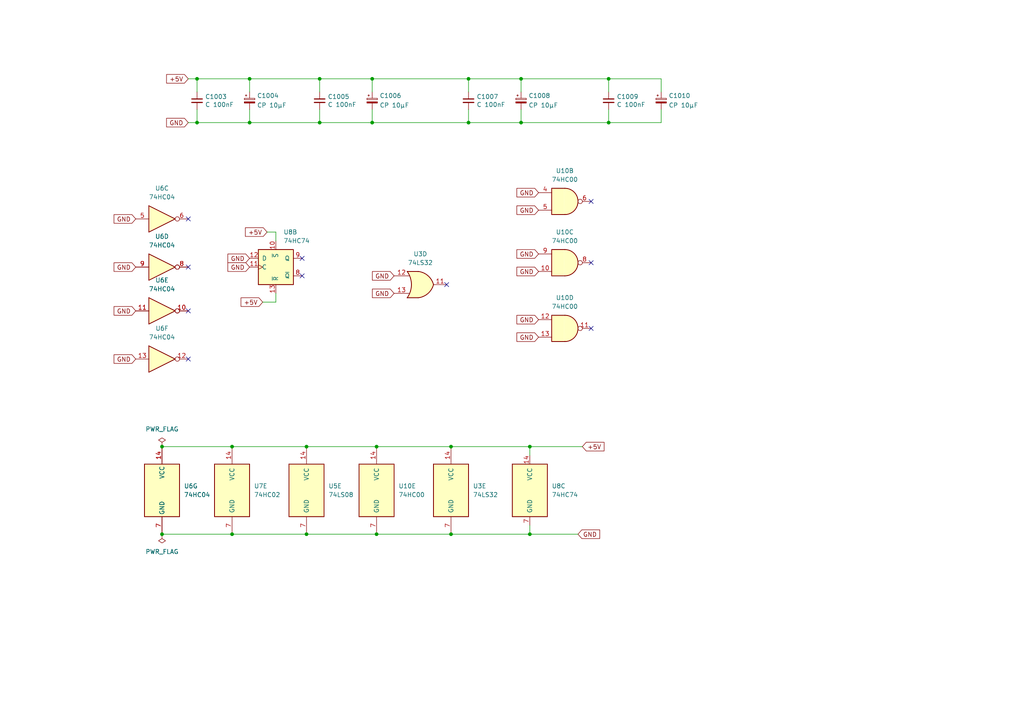
<source format=kicad_sch>
(kicad_sch (version 20231120) (generator "eeschema") (generator_version "8.0")
  (paper "A4")
  (title_block (title "Myth Microcontroller Project") (date "2024-09-21") (rev "1") (company "Picwok.com") (comment 1 "Project Contact: mim@ok-schalter.de (Michael)") (comment 2 "Author: Copyr. 2024 Michael Mangelsdorf/Dosflange@github") (comment 3 "Instruction Decoder Module") (comment 4 "Glue Logic/ Spare Units"))
  (lib_symbols
    (symbol "74xx:74HC00" (pin_names (offset 1.016))
      (property "Reference" "U" (at 0 1.27 0))
      (property "Value" "74HC00" (at 0 -1.27 0))
      (symbol "74HC00_1_1"
        (arc (start 0 -3.81) (mid 3.7934 0) (end 0 3.81) (stroke (width 0.254)) (fill (type background)))
        (polyline (pts (xy 0 3.81) (xy -3.81 3.81) (xy -3.81 -3.81) (xy 0 -3.81)) (stroke (width 0.254)) (fill (type background)))
        (pin input line (at -7.62 2.54 0) (length 3.81) (name "~") (number "1"))
        (pin input line (at -7.62 -2.54 0) (length 3.81) (name "~") (number "2"))
        (pin output inverted (at 7.62 0 180) (length 3.81) (name "~") (number "3"))
      )
      (symbol "74HC00_1_2"
        (arc (start -3.81 -3.81) (mid -2.589 0) (end -3.81 3.81) (stroke (width 0.254)))
        (arc (start -0.6096 -3.81) (mid 2.1842 -2.5851) (end 3.81 0) (stroke (width 0.254)) (fill (type background)))
        (polyline (pts (xy -3.81 -3.81) (xy -0.635 -3.81)) (stroke (width 0.254)) (fill (type background)))
        (polyline (pts (xy -3.81 3.81) (xy -0.635 3.81)) (stroke (width 0.254)) (fill (type background)))
        (polyline (pts (xy -0.635 3.81) (xy -3.81 3.81) (xy -3.81 3.81) (xy -3.556 3.4036) (xy -3.0226 2.2606) (xy -2.6924 1.0414) (xy -2.6162 -0.254) (xy -2.7686 -1.4986) (xy -3.175 -2.7178) (xy -3.81 -3.81) (xy -3.81 -3.81) (xy -0.635 -3.81)) (stroke (width -25.4)) (fill (type background)))
        (arc (start 3.81 0) (mid 2.1915 2.5936) (end -0.6096 3.81) (stroke (width 0.254)) (fill (type background)))
        (pin input inverted (at -7.62 2.54 0) (length 4.318) (name "~") (number "1"))
        (pin input inverted (at -7.62 -2.54 0) (length 4.318) (name "~") (number "2"))
        (pin output line (at 7.62 0 180) (length 3.81) (name "~") (number "3"))
      )
      (symbol "74HC00_2_1"
        (arc (start 0 -3.81) (mid 3.7934 0) (end 0 3.81) (stroke (width 0.254)) (fill (type background)))
        (polyline (pts (xy 0 3.81) (xy -3.81 3.81) (xy -3.81 -3.81) (xy 0 -3.81)) (stroke (width 0.254)) (fill (type background)))
        (pin input line (at -7.62 2.54 0) (length 3.81) (name "~") (number "4"))
        (pin input line (at -7.62 -2.54 0) (length 3.81) (name "~") (number "5"))
        (pin output inverted (at 7.62 0 180) (length 3.81) (name "~") (number "6"))
      )
      (symbol "74HC00_2_2"
        (arc (start -3.81 -3.81) (mid -2.589 0) (end -3.81 3.81) (stroke (width 0.254)))
        (arc (start -0.6096 -3.81) (mid 2.1842 -2.5851) (end 3.81 0) (stroke (width 0.254)) (fill (type background)))
        (polyline (pts (xy -3.81 -3.81) (xy -0.635 -3.81)) (stroke (width 0.254)) (fill (type background)))
        (polyline (pts (xy -3.81 3.81) (xy -0.635 3.81)) (stroke (width 0.254)) (fill (type background)))
        (polyline (pts (xy -0.635 3.81) (xy -3.81 3.81) (xy -3.81 3.81) (xy -3.556 3.4036) (xy -3.0226 2.2606) (xy -2.6924 1.0414) (xy -2.6162 -0.254) (xy -2.7686 -1.4986) (xy -3.175 -2.7178) (xy -3.81 -3.81) (xy -3.81 -3.81) (xy -0.635 -3.81)) (stroke (width -25.4)) (fill (type background)))
        (arc (start 3.81 0) (mid 2.1915 2.5936) (end -0.6096 3.81) (stroke (width 0.254)) (fill (type background)))
        (pin input inverted (at -7.62 2.54 0) (length 4.318) (name "~") (number "4"))
        (pin input inverted (at -7.62 -2.54 0) (length 4.318) (name "~") (number "5"))
        (pin output line (at 7.62 0 180) (length 3.81) (name "~") (number "6"))
      )
      (symbol "74HC00_3_1"
        (arc (start 0 -3.81) (mid 3.7934 0) (end 0 3.81) (stroke (width 0.254)) (fill (type background)))
        (polyline (pts (xy 0 3.81) (xy -3.81 3.81) (xy -3.81 -3.81) (xy 0 -3.81)) (stroke (width 0.254)) (fill (type background)))
        (pin input line (at -7.62 -2.54 0) (length 3.81) (name "~") (number "10"))
        (pin output inverted (at 7.62 0 180) (length 3.81) (name "~") (number "8"))
        (pin input line (at -7.62 2.54 0) (length 3.81) (name "~") (number "9"))
      )
      (symbol "74HC00_3_2"
        (arc (start -3.81 -3.81) (mid -2.589 0) (end -3.81 3.81) (stroke (width 0.254)))
        (arc (start -0.6096 -3.81) (mid 2.1842 -2.5851) (end 3.81 0) (stroke (width 0.254)) (fill (type background)))
        (polyline (pts (xy -3.81 -3.81) (xy -0.635 -3.81)) (stroke (width 0.254)) (fill (type background)))
        (polyline (pts (xy -3.81 3.81) (xy -0.635 3.81)) (stroke (width 0.254)) (fill (type background)))
        (polyline (pts (xy -0.635 3.81) (xy -3.81 3.81) (xy -3.81 3.81) (xy -3.556 3.4036) (xy -3.0226 2.2606) (xy -2.6924 1.0414) (xy -2.6162 -0.254) (xy -2.7686 -1.4986) (xy -3.175 -2.7178) (xy -3.81 -3.81) (xy -3.81 -3.81) (xy -0.635 -3.81)) (stroke (width -25.4)) (fill (type background)))
        (arc (start 3.81 0) (mid 2.1915 2.5936) (end -0.6096 3.81) (stroke (width 0.254)) (fill (type background)))
        (pin input inverted (at -7.62 -2.54 0) (length 4.318) (name "~") (number "10"))
        (pin output line (at 7.62 0 180) (length 3.81) (name "~") (number "8"))
        (pin input inverted (at -7.62 2.54 0) (length 4.318) (name "~") (number "9"))
      )
      (symbol "74HC00_4_1"
        (arc (start 0 -3.81) (mid 3.7934 0) (end 0 3.81) (stroke (width 0.254)) (fill (type background)))
        (polyline (pts (xy 0 3.81) (xy -3.81 3.81) (xy -3.81 -3.81) (xy 0 -3.81)) (stroke (width 0.254)) (fill (type background)))
        (pin output inverted (at 7.62 0 180) (length 3.81) (name "~") (number "11"))
        (pin input line (at -7.62 2.54 0) (length 3.81) (name "~") (number "12"))
        (pin input line (at -7.62 -2.54 0) (length 3.81) (name "~") (number "13"))
      )
      (symbol "74HC00_4_2"
        (arc (start -3.81 -3.81) (mid -2.589 0) (end -3.81 3.81) (stroke (width 0.254)))
        (arc (start -0.6096 -3.81) (mid 2.1842 -2.5851) (end 3.81 0) (stroke (width 0.254)) (fill (type background)))
        (polyline (pts (xy -3.81 -3.81) (xy -0.635 -3.81)) (stroke (width 0.254)) (fill (type background)))
        (polyline (pts (xy -3.81 3.81) (xy -0.635 3.81)) (stroke (width 0.254)) (fill (type background)))
        (polyline (pts (xy -0.635 3.81) (xy -3.81 3.81) (xy -3.81 3.81) (xy -3.556 3.4036) (xy -3.0226 2.2606) (xy -2.6924 1.0414) (xy -2.6162 -0.254) (xy -2.7686 -1.4986) (xy -3.175 -2.7178) (xy -3.81 -3.81) (xy -3.81 -3.81) (xy -0.635 -3.81)) (stroke (width -25.4)) (fill (type background)))
        (arc (start 3.81 0) (mid 2.1915 2.5936) (end -0.6096 3.81) (stroke (width 0.254)) (fill (type background)))
        (pin output line (at 7.62 0 180) (length 3.81) (name "~") (number "11"))
        (pin input inverted (at -7.62 2.54 0) (length 4.318) (name "~") (number "12"))
        (pin input inverted (at -7.62 -2.54 0) (length 4.318) (name "~") (number "13"))
      )
      (symbol "74HC00_5_0"
        (pin power_in line (at 0 12.7 270) (length 5.08) (name "VCC") (number "14"))
        (pin power_in line (at 0 -12.7 90) (length 5.08) (name "GND") (number "7"))
      )
      (symbol "74HC00_5_1"
        (rectangle (start -5.08 7.62) (end 5.08 -7.62) (stroke (width 0.254)) (fill (type background)))
      )
    )
    (symbol "74xx:74HC02" (pin_names (offset 1.016))
      (property "Reference" "U" (at 0 1.27 0))
      (property "Value" "74HC02" (at 0 -1.27 0))
      (symbol "74HC02_1_1"
        (arc (start -3.81 -3.81) (mid -2.589 0) (end -3.81 3.81) (stroke (width 0.254)))
        (arc (start -0.6096 -3.81) (mid 2.1842 -2.5851) (end 3.81 0) (stroke (width 0.254)) (fill (type background)))
        (polyline (pts (xy -3.81 -3.81) (xy -0.635 -3.81)) (stroke (width 0.254)) (fill (type background)))
        (polyline (pts (xy -3.81 3.81) (xy -0.635 3.81)) (stroke (width 0.254)) (fill (type background)))
        (polyline (pts (xy -0.635 3.81) (xy -3.81 3.81) (xy -3.81 3.81) (xy -3.556 3.4036) (xy -3.0226 2.2606) (xy -2.6924 1.0414) (xy -2.6162 -0.254) (xy -2.7686 -1.4986) (xy -3.175 -2.7178) (xy -3.81 -3.81) (xy -3.81 -3.81) (xy -0.635 -3.81)) (stroke (width -25.4)) (fill (type background)))
        (arc (start 3.81 0) (mid 2.1915 2.5936) (end -0.6096 3.81) (stroke (width 0.254)) (fill (type background)))
        (pin output inverted (at 7.62 0 180) (length 3.81) (name "~") (number "1"))
        (pin input line (at -7.62 2.54 0) (length 4.318) (name "~") (number "2"))
        (pin input line (at -7.62 -2.54 0) (length 4.318) (name "~") (number "3"))
      )
      (symbol "74HC02_1_2"
        (arc (start 0 -3.81) (mid 3.7934 0) (end 0 3.81) (stroke (width 0.254)) (fill (type background)))
        (polyline (pts (xy 0 3.81) (xy -3.81 3.81) (xy -3.81 -3.81) (xy 0 -3.81)) (stroke (width 0.254)) (fill (type background)))
        (pin output line (at 7.62 0 180) (length 3.81) (name "~") (number "1"))
        (pin input inverted (at -7.62 2.54 0) (length 3.81) (name "~") (number "2"))
        (pin input inverted (at -7.62 -2.54 0) (length 3.81) (name "~") (number "3"))
      )
      (symbol "74HC02_2_1"
        (arc (start -3.81 -3.81) (mid -2.589 0) (end -3.81 3.81) (stroke (width 0.254)))
        (arc (start -0.6096 -3.81) (mid 2.1842 -2.5851) (end 3.81 0) (stroke (width 0.254)) (fill (type background)))
        (polyline (pts (xy -3.81 -3.81) (xy -0.635 -3.81)) (stroke (width 0.254)) (fill (type background)))
        (polyline (pts (xy -3.81 3.81) (xy -0.635 3.81)) (stroke (width 0.254)) (fill (type background)))
        (polyline (pts (xy -0.635 3.81) (xy -3.81 3.81) (xy -3.81 3.81) (xy -3.556 3.4036) (xy -3.0226 2.2606) (xy -2.6924 1.0414) (xy -2.6162 -0.254) (xy -2.7686 -1.4986) (xy -3.175 -2.7178) (xy -3.81 -3.81) (xy -3.81 -3.81) (xy -0.635 -3.81)) (stroke (width -25.4)) (fill (type background)))
        (arc (start 3.81 0) (mid 2.1915 2.5936) (end -0.6096 3.81) (stroke (width 0.254)) (fill (type background)))
        (pin output inverted (at 7.62 0 180) (length 3.81) (name "~") (number "4"))
        (pin input line (at -7.62 2.54 0) (length 4.318) (name "~") (number "5"))
        (pin input line (at -7.62 -2.54 0) (length 4.318) (name "~") (number "6"))
      )
      (symbol "74HC02_2_2"
        (arc (start 0 -3.81) (mid 3.7934 0) (end 0 3.81) (stroke (width 0.254)) (fill (type background)))
        (polyline (pts (xy 0 3.81) (xy -3.81 3.81) (xy -3.81 -3.81) (xy 0 -3.81)) (stroke (width 0.254)) (fill (type background)))
        (pin output line (at 7.62 0 180) (length 3.81) (name "~") (number "4"))
        (pin input inverted (at -7.62 2.54 0) (length 3.81) (name "~") (number "5"))
        (pin input inverted (at -7.62 -2.54 0) (length 3.81) (name "~") (number "6"))
      )
      (symbol "74HC02_3_1"
        (arc (start -3.81 -3.81) (mid -2.589 0) (end -3.81 3.81) (stroke (width 0.254)))
        (arc (start -0.6096 -3.81) (mid 2.1842 -2.5851) (end 3.81 0) (stroke (width 0.254)) (fill (type background)))
        (polyline (pts (xy -3.81 -3.81) (xy -0.635 -3.81)) (stroke (width 0.254)) (fill (type background)))
        (polyline (pts (xy -3.81 3.81) (xy -0.635 3.81)) (stroke (width 0.254)) (fill (type background)))
        (polyline (pts (xy -0.635 3.81) (xy -3.81 3.81) (xy -3.81 3.81) (xy -3.556 3.4036) (xy -3.0226 2.2606) (xy -2.6924 1.0414) (xy -2.6162 -0.254) (xy -2.7686 -1.4986) (xy -3.175 -2.7178) (xy -3.81 -3.81) (xy -3.81 -3.81) (xy -0.635 -3.81)) (stroke (width -25.4)) (fill (type background)))
        (arc (start 3.81 0) (mid 2.1915 2.5936) (end -0.6096 3.81) (stroke (width 0.254)) (fill (type background)))
        (pin output inverted (at 7.62 0 180) (length 3.81) (name "~") (number "10"))
        (pin input line (at -7.62 2.54 0) (length 4.318) (name "~") (number "8"))
        (pin input line (at -7.62 -2.54 0) (length 4.318) (name "~") (number "9"))
      )
      (symbol "74HC02_3_2"
        (arc (start 0 -3.81) (mid 3.7934 0) (end 0 3.81) (stroke (width 0.254)) (fill (type background)))
        (polyline (pts (xy 0 3.81) (xy -3.81 3.81) (xy -3.81 -3.81) (xy 0 -3.81)) (stroke (width 0.254)) (fill (type background)))
        (pin output line (at 7.62 0 180) (length 3.81) (name "~") (number "10"))
        (pin input inverted (at -7.62 2.54 0) (length 3.81) (name "~") (number "8"))
        (pin input inverted (at -7.62 -2.54 0) (length 3.81) (name "~") (number "9"))
      )
      (symbol "74HC02_4_1"
        (arc (start -3.81 -3.81) (mid -2.589 0) (end -3.81 3.81) (stroke (width 0.254)))
        (arc (start -0.6096 -3.81) (mid 2.1842 -2.5851) (end 3.81 0) (stroke (width 0.254)) (fill (type background)))
        (polyline (pts (xy -3.81 -3.81) (xy -0.635 -3.81)) (stroke (width 0.254)) (fill (type background)))
        (polyline (pts (xy -3.81 3.81) (xy -0.635 3.81)) (stroke (width 0.254)) (fill (type background)))
        (polyline (pts (xy -0.635 3.81) (xy -3.81 3.81) (xy -3.81 3.81) (xy -3.556 3.4036) (xy -3.0226 2.2606) (xy -2.6924 1.0414) (xy -2.6162 -0.254) (xy -2.7686 -1.4986) (xy -3.175 -2.7178) (xy -3.81 -3.81) (xy -3.81 -3.81) (xy -0.635 -3.81)) (stroke (width -25.4)) (fill (type background)))
        (arc (start 3.81 0) (mid 2.1915 2.5936) (end -0.6096 3.81) (stroke (width 0.254)) (fill (type background)))
        (pin input line (at -7.62 2.54 0) (length 4.318) (name "~") (number "11"))
        (pin input line (at -7.62 -2.54 0) (length 4.318) (name "~") (number "12"))
        (pin output inverted (at 7.62 0 180) (length 3.81) (name "~") (number "13"))
      )
      (symbol "74HC02_4_2"
        (arc (start 0 -3.81) (mid 3.7934 0) (end 0 3.81) (stroke (width 0.254)) (fill (type background)))
        (polyline (pts (xy 0 3.81) (xy -3.81 3.81) (xy -3.81 -3.81) (xy 0 -3.81)) (stroke (width 0.254)) (fill (type background)))
        (pin input inverted (at -7.62 2.54 0) (length 3.81) (name "~") (number "11"))
        (pin input inverted (at -7.62 -2.54 0) (length 3.81) (name "~") (number "12"))
        (pin output line (at 7.62 0 180) (length 3.81) (name "~") (number "13"))
      )
      (symbol "74HC02_5_0"
        (pin power_in line (at 0 12.7 270) (length 5.08) (name "VCC") (number "14"))
        (pin power_in line (at 0 -12.7 90) (length 5.08) (name "GND") (number "7"))
      )
      (symbol "74HC02_5_1"
        (rectangle (start -5.08 7.62) (end 5.08 -7.62) (stroke (width 0.254)) (fill (type background)))
      )
    )
    (symbol "74xx:74HC04"
      (property "Reference" "U" (at 0 1.27 0))
      (property "Value" "74HC04" (at 0 -1.27 0))
      (symbol "74HC04_1_0"
        (polyline (pts (xy -3.81 3.81) (xy -3.81 -3.81) (xy 3.81 0) (xy -3.81 3.81)) (stroke (width 0.254)) (fill (type background)))
        (pin input line (at -7.62 0 0) (length 3.81) (name "~") (number "1"))
        (pin output inverted (at 7.62 0 180) (length 3.81) (name "~") (number "2"))
      )
      (symbol "74HC04_2_0"
        (polyline (pts (xy -3.81 3.81) (xy -3.81 -3.81) (xy 3.81 0) (xy -3.81 3.81)) (stroke (width 0.254)) (fill (type background)))
        (pin input line (at -7.62 0 0) (length 3.81) (name "~") (number "3"))
        (pin output inverted (at 7.62 0 180) (length 3.81) (name "~") (number "4"))
      )
      (symbol "74HC04_3_0"
        (polyline (pts (xy -3.81 3.81) (xy -3.81 -3.81) (xy 3.81 0) (xy -3.81 3.81)) (stroke (width 0.254)) (fill (type background)))
        (pin input line (at -7.62 0 0) (length 3.81) (name "~") (number "5"))
        (pin output inverted (at 7.62 0 180) (length 3.81) (name "~") (number "6"))
      )
      (symbol "74HC04_4_0"
        (polyline (pts (xy -3.81 3.81) (xy -3.81 -3.81) (xy 3.81 0) (xy -3.81 3.81)) (stroke (width 0.254)) (fill (type background)))
        (pin output inverted (at 7.62 0 180) (length 3.81) (name "~") (number "8"))
        (pin input line (at -7.62 0 0) (length 3.81) (name "~") (number "9"))
      )
      (symbol "74HC04_5_0"
        (polyline (pts (xy -3.81 3.81) (xy -3.81 -3.81) (xy 3.81 0) (xy -3.81 3.81)) (stroke (width 0.254)) (fill (type background)))
        (pin output inverted (at 7.62 0 180) (length 3.81) (name "~") (number "10"))
        (pin input line (at -7.62 0 0) (length 3.81) (name "~") (number "11"))
      )
      (symbol "74HC04_6_0"
        (polyline (pts (xy -3.81 3.81) (xy -3.81 -3.81) (xy 3.81 0) (xy -3.81 3.81)) (stroke (width 0.254)) (fill (type background)))
        (pin output inverted (at 7.62 0 180) (length 3.81) (name "~") (number "12"))
        (pin input line (at -7.62 0 0) (length 3.81) (name "~") (number "13"))
      )
      (symbol "74HC04_7_0"
        (pin power_in line (at 0 12.7 270) (length 5.08) (name "VCC") (number "14"))
        (pin power_in line (at 0 -12.7 90) (length 5.08) (name "GND") (number "7"))
      )
      (symbol "74HC04_7_1"
        (rectangle (start -5.08 7.62) (end 5.08 -7.62) (stroke (width 0.254)) (fill (type background)))
      )
    )
    (symbol "74xx:74HC74" (pin_names (offset 1.016))
      (property "Reference" "U" (at -7.62 8.89 0))
      (property "Value" "74HC74" (at -7.62 -8.89 0))
      (symbol "74HC74_1_0"
        (pin input line (at 0 -7.62 90) (length 2.54) (name "~{R}") (number "1"))
        (pin input line (at -7.62 2.54 0) (length 2.54) (name "D") (number "2"))
        (pin input clock (at -7.62 0 0) (length 2.54) (name "C") (number "3"))
        (pin input line (at 0 7.62 270) (length 2.54) (name "~{S}") (number "4"))
        (pin output line (at 7.62 2.54 180) (length 2.54) (name "Q") (number "5"))
        (pin output line (at 7.62 -2.54 180) (length 2.54) (name "~{Q}") (number "6"))
      )
      (symbol "74HC74_1_1"
        (rectangle (start -5.08 5.08) (end 5.08 -5.08) (stroke (width 0.254)) (fill (type background)))
      )
      (symbol "74HC74_2_0"
        (pin input line (at 0 7.62 270) (length 2.54) (name "~{S}") (number "10"))
        (pin input clock (at -7.62 0 0) (length 2.54) (name "C") (number "11"))
        (pin input line (at -7.62 2.54 0) (length 2.54) (name "D") (number "12"))
        (pin input line (at 0 -7.62 90) (length 2.54) (name "~{R}") (number "13"))
        (pin output line (at 7.62 -2.54 180) (length 2.54) (name "~{Q}") (number "8"))
        (pin output line (at 7.62 2.54 180) (length 2.54) (name "Q") (number "9"))
      )
      (symbol "74HC74_2_1"
        (rectangle (start -5.08 5.08) (end 5.08 -5.08) (stroke (width 0.254)) (fill (type background)))
      )
      (symbol "74HC74_3_0"
        (pin power_in line (at 0 10.16 270) (length 2.54) (name "VCC") (number "14"))
        (pin power_in line (at 0 -10.16 90) (length 2.54) (name "GND") (number "7"))
      )
      (symbol "74HC74_3_1"
        (rectangle (start -5.08 7.62) (end 5.08 -7.62) (stroke (width 0.254)) (fill (type background)))
      )
    )
    (symbol "74xx:74LS08" (pin_names (offset 1.016))
      (property "Reference" "U" (at 0 1.27 0))
      (property "Value" "74LS08" (at 0 -1.27 0))
      (symbol "74LS08_1_1"
        (arc (start 0 -3.81) (mid 3.7934 0) (end 0 3.81) (stroke (width 0.254)) (fill (type background)))
        (polyline (pts (xy 0 3.81) (xy -3.81 3.81) (xy -3.81 -3.81) (xy 0 -3.81)) (stroke (width 0.254)) (fill (type background)))
        (pin input line (at -7.62 2.54 0) (length 3.81) (name "~") (number "1"))
        (pin input line (at -7.62 -2.54 0) (length 3.81) (name "~") (number "2"))
        (pin output line (at 7.62 0 180) (length 3.81) (name "~") (number "3"))
      )
      (symbol "74LS08_1_2"
        (arc (start -3.81 -3.81) (mid -2.589 0) (end -3.81 3.81) (stroke (width 0.254)))
        (arc (start -0.6096 -3.81) (mid 2.1855 -2.584) (end 3.81 0) (stroke (width 0.254)) (fill (type background)))
        (polyline (pts (xy -3.81 -3.81) (xy -0.635 -3.81)) (stroke (width 0.254)) (fill (type background)))
        (polyline (pts (xy -3.81 3.81) (xy -0.635 3.81)) (stroke (width 0.254)) (fill (type background)))
        (polyline (pts (xy -0.635 3.81) (xy -3.81 3.81) (xy -3.81 3.81) (xy -3.556 3.4036) (xy -3.0226 2.2606) (xy -2.6924 1.0414) (xy -2.6162 -0.254) (xy -2.7686 -1.4986) (xy -3.175 -2.7178) (xy -3.81 -3.81) (xy -3.81 -3.81) (xy -0.635 -3.81)) (stroke (width -25.4)) (fill (type background)))
        (arc (start 3.81 0) (mid 2.1928 2.5925) (end -0.6096 3.81) (stroke (width 0.254)) (fill (type background)))
        (pin input inverted (at -7.62 2.54 0) (length 4.318) (name "~") (number "1"))
        (pin input inverted (at -7.62 -2.54 0) (length 4.318) (name "~") (number "2"))
        (pin output inverted (at 7.62 0 180) (length 3.81) (name "~") (number "3"))
      )
      (symbol "74LS08_2_1"
        (arc (start 0 -3.81) (mid 3.7934 0) (end 0 3.81) (stroke (width 0.254)) (fill (type background)))
        (polyline (pts (xy 0 3.81) (xy -3.81 3.81) (xy -3.81 -3.81) (xy 0 -3.81)) (stroke (width 0.254)) (fill (type background)))
        (pin input line (at -7.62 2.54 0) (length 3.81) (name "~") (number "4"))
        (pin input line (at -7.62 -2.54 0) (length 3.81) (name "~") (number "5"))
        (pin output line (at 7.62 0 180) (length 3.81) (name "~") (number "6"))
      )
      (symbol "74LS08_2_2"
        (arc (start -3.81 -3.81) (mid -2.589 0) (end -3.81 3.81) (stroke (width 0.254)))
        (arc (start -0.6096 -3.81) (mid 2.1855 -2.584) (end 3.81 0) (stroke (width 0.254)) (fill (type background)))
        (polyline (pts (xy -3.81 -3.81) (xy -0.635 -3.81)) (stroke (width 0.254)) (fill (type background)))
        (polyline (pts (xy -3.81 3.81) (xy -0.635 3.81)) (stroke (width 0.254)) (fill (type background)))
        (polyline (pts (xy -0.635 3.81) (xy -3.81 3.81) (xy -3.81 3.81) (xy -3.556 3.4036) (xy -3.0226 2.2606) (xy -2.6924 1.0414) (xy -2.6162 -0.254) (xy -2.7686 -1.4986) (xy -3.175 -2.7178) (xy -3.81 -3.81) (xy -3.81 -3.81) (xy -0.635 -3.81)) (stroke (width -25.4)) (fill (type background)))
        (arc (start 3.81 0) (mid 2.1928 2.5925) (end -0.6096 3.81) (stroke (width 0.254)) (fill (type background)))
        (pin input inverted (at -7.62 2.54 0) (length 4.318) (name "~") (number "4"))
        (pin input inverted (at -7.62 -2.54 0) (length 4.318) (name "~") (number "5"))
        (pin output inverted (at 7.62 0 180) (length 3.81) (name "~") (number "6"))
      )
      (symbol "74LS08_3_1"
        (arc (start 0 -3.81) (mid 3.7934 0) (end 0 3.81) (stroke (width 0.254)) (fill (type background)))
        (polyline (pts (xy 0 3.81) (xy -3.81 3.81) (xy -3.81 -3.81) (xy 0 -3.81)) (stroke (width 0.254)) (fill (type background)))
        (pin input line (at -7.62 -2.54 0) (length 3.81) (name "~") (number "10"))
        (pin output line (at 7.62 0 180) (length 3.81) (name "~") (number "8"))
        (pin input line (at -7.62 2.54 0) (length 3.81) (name "~") (number "9"))
      )
      (symbol "74LS08_3_2"
        (arc (start -3.81 -3.81) (mid -2.589 0) (end -3.81 3.81) (stroke (width 0.254)))
        (arc (start -0.6096 -3.81) (mid 2.1855 -2.584) (end 3.81 0) (stroke (width 0.254)) (fill (type background)))
        (polyline (pts (xy -3.81 -3.81) (xy -0.635 -3.81)) (stroke (width 0.254)) (fill (type background)))
        (polyline (pts (xy -3.81 3.81) (xy -0.635 3.81)) (stroke (width 0.254)) (fill (type background)))
        (polyline (pts (xy -0.635 3.81) (xy -3.81 3.81) (xy -3.81 3.81) (xy -3.556 3.4036) (xy -3.0226 2.2606) (xy -2.6924 1.0414) (xy -2.6162 -0.254) (xy -2.7686 -1.4986) (xy -3.175 -2.7178) (xy -3.81 -3.81) (xy -3.81 -3.81) (xy -0.635 -3.81)) (stroke (width -25.4)) (fill (type background)))
        (arc (start 3.81 0) (mid 2.1928 2.5925) (end -0.6096 3.81) (stroke (width 0.254)) (fill (type background)))
        (pin input inverted (at -7.62 -2.54 0) (length 4.318) (name "~") (number "10"))
        (pin output inverted (at 7.62 0 180) (length 3.81) (name "~") (number "8"))
        (pin input inverted (at -7.62 2.54 0) (length 4.318) (name "~") (number "9"))
      )
      (symbol "74LS08_4_1"
        (arc (start 0 -3.81) (mid 3.7934 0) (end 0 3.81) (stroke (width 0.254)) (fill (type background)))
        (polyline (pts (xy 0 3.81) (xy -3.81 3.81) (xy -3.81 -3.81) (xy 0 -3.81)) (stroke (width 0.254)) (fill (type background)))
        (pin output line (at 7.62 0 180) (length 3.81) (name "~") (number "11"))
        (pin input line (at -7.62 2.54 0) (length 3.81) (name "~") (number "12"))
        (pin input line (at -7.62 -2.54 0) (length 3.81) (name "~") (number "13"))
      )
      (symbol "74LS08_4_2"
        (arc (start -3.81 -3.81) (mid -2.589 0) (end -3.81 3.81) (stroke (width 0.254)))
        (arc (start -0.6096 -3.81) (mid 2.1855 -2.584) (end 3.81 0) (stroke (width 0.254)) (fill (type background)))
        (polyline (pts (xy -3.81 -3.81) (xy -0.635 -3.81)) (stroke (width 0.254)) (fill (type background)))
        (polyline (pts (xy -3.81 3.81) (xy -0.635 3.81)) (stroke (width 0.254)) (fill (type background)))
        (polyline (pts (xy -0.635 3.81) (xy -3.81 3.81) (xy -3.81 3.81) (xy -3.556 3.4036) (xy -3.0226 2.2606) (xy -2.6924 1.0414) (xy -2.6162 -0.254) (xy -2.7686 -1.4986) (xy -3.175 -2.7178) (xy -3.81 -3.81) (xy -3.81 -3.81) (xy -0.635 -3.81)) (stroke (width -25.4)) (fill (type background)))
        (arc (start 3.81 0) (mid 2.1928 2.5925) (end -0.6096 3.81) (stroke (width 0.254)) (fill (type background)))
        (pin output inverted (at 7.62 0 180) (length 3.81) (name "~") (number "11"))
        (pin input inverted (at -7.62 2.54 0) (length 4.318) (name "~") (number "12"))
        (pin input inverted (at -7.62 -2.54 0) (length 4.318) (name "~") (number "13"))
      )
      (symbol "74LS08_5_0"
        (pin power_in line (at 0 12.7 270) (length 5.08) (name "VCC") (number "14"))
        (pin power_in line (at 0 -12.7 90) (length 5.08) (name "GND") (number "7"))
      )
      (symbol "74LS08_5_1"
        (rectangle (start -5.08 7.62) (end 5.08 -7.62) (stroke (width 0.254)) (fill (type background)))
      )
    )
    (symbol "74xx:74LS32" (pin_names (offset 1.016))
      (property "Reference" "U" (at 0 1.27 0))
      (property "Value" "74LS32" (at 0 -1.27 0))
      (symbol "74LS32_1_1"
        (arc (start -3.81 -3.81) (mid -2.589 0) (end -3.81 3.81) (stroke (width 0.254)))
        (arc (start -0.6096 -3.81) (mid 2.1855 -2.584) (end 3.81 0) (stroke (width 0.254)) (fill (type background)))
        (polyline (pts (xy -3.81 -3.81) (xy -0.635 -3.81)) (stroke (width 0.254)) (fill (type background)))
        (polyline (pts (xy -3.81 3.81) (xy -0.635 3.81)) (stroke (width 0.254)) (fill (type background)))
        (polyline (pts (xy -0.635 3.81) (xy -3.81 3.81) (xy -3.81 3.81) (xy -3.556 3.4036) (xy -3.0226 2.2606) (xy -2.6924 1.0414) (xy -2.6162 -0.254) (xy -2.7686 -1.4986) (xy -3.175 -2.7178) (xy -3.81 -3.81) (xy -3.81 -3.81) (xy -0.635 -3.81)) (stroke (width -25.4)) (fill (type background)))
        (arc (start 3.81 0) (mid 2.1928 2.5925) (end -0.6096 3.81) (stroke (width 0.254)) (fill (type background)))
        (pin input line (at -7.62 2.54 0) (length 4.318) (name "~") (number "1"))
        (pin input line (at -7.62 -2.54 0) (length 4.318) (name "~") (number "2"))
        (pin output line (at 7.62 0 180) (length 3.81) (name "~") (number "3"))
      )
      (symbol "74LS32_1_2"
        (arc (start 0 -3.81) (mid 3.7934 0) (end 0 3.81) (stroke (width 0.254)) (fill (type background)))
        (polyline (pts (xy 0 3.81) (xy -3.81 3.81) (xy -3.81 -3.81) (xy 0 -3.81)) (stroke (width 0.254)) (fill (type background)))
        (pin input inverted (at -7.62 2.54 0) (length 3.81) (name "~") (number "1"))
        (pin input inverted (at -7.62 -2.54 0) (length 3.81) (name "~") (number "2"))
        (pin output inverted (at 7.62 0 180) (length 3.81) (name "~") (number "3"))
      )
      (symbol "74LS32_2_1"
        (arc (start -3.81 -3.81) (mid -2.589 0) (end -3.81 3.81) (stroke (width 0.254)))
        (arc (start -0.6096 -3.81) (mid 2.1855 -2.584) (end 3.81 0) (stroke (width 0.254)) (fill (type background)))
        (polyline (pts (xy -3.81 -3.81) (xy -0.635 -3.81)) (stroke (width 0.254)) (fill (type background)))
        (polyline (pts (xy -3.81 3.81) (xy -0.635 3.81)) (stroke (width 0.254)) (fill (type background)))
        (polyline (pts (xy -0.635 3.81) (xy -3.81 3.81) (xy -3.81 3.81) (xy -3.556 3.4036) (xy -3.0226 2.2606) (xy -2.6924 1.0414) (xy -2.6162 -0.254) (xy -2.7686 -1.4986) (xy -3.175 -2.7178) (xy -3.81 -3.81) (xy -3.81 -3.81) (xy -0.635 -3.81)) (stroke (width -25.4)) (fill (type background)))
        (arc (start 3.81 0) (mid 2.1928 2.5925) (end -0.6096 3.81) (stroke (width 0.254)) (fill (type background)))
        (pin input line (at -7.62 2.54 0) (length 4.318) (name "~") (number "4"))
        (pin input line (at -7.62 -2.54 0) (length 4.318) (name "~") (number "5"))
        (pin output line (at 7.62 0 180) (length 3.81) (name "~") (number "6"))
      )
      (symbol "74LS32_2_2"
        (arc (start 0 -3.81) (mid 3.7934 0) (end 0 3.81) (stroke (width 0.254)) (fill (type background)))
        (polyline (pts (xy 0 3.81) (xy -3.81 3.81) (xy -3.81 -3.81) (xy 0 -3.81)) (stroke (width 0.254)) (fill (type background)))
        (pin input inverted (at -7.62 2.54 0) (length 3.81) (name "~") (number "4"))
        (pin input inverted (at -7.62 -2.54 0) (length 3.81) (name "~") (number "5"))
        (pin output inverted (at 7.62 0 180) (length 3.81) (name "~") (number "6"))
      )
      (symbol "74LS32_3_1"
        (arc (start -3.81 -3.81) (mid -2.589 0) (end -3.81 3.81) (stroke (width 0.254)))
        (arc (start -0.6096 -3.81) (mid 2.1855 -2.584) (end 3.81 0) (stroke (width 0.254)) (fill (type background)))
        (polyline (pts (xy -3.81 -3.81) (xy -0.635 -3.81)) (stroke (width 0.254)) (fill (type background)))
        (polyline (pts (xy -3.81 3.81) (xy -0.635 3.81)) (stroke (width 0.254)) (fill (type background)))
        (polyline (pts (xy -0.635 3.81) (xy -3.81 3.81) (xy -3.81 3.81) (xy -3.556 3.4036) (xy -3.0226 2.2606) (xy -2.6924 1.0414) (xy -2.6162 -0.254) (xy -2.7686 -1.4986) (xy -3.175 -2.7178) (xy -3.81 -3.81) (xy -3.81 -3.81) (xy -0.635 -3.81)) (stroke (width -25.4)) (fill (type background)))
        (arc (start 3.81 0) (mid 2.1928 2.5925) (end -0.6096 3.81) (stroke (width 0.254)) (fill (type background)))
        (pin input line (at -7.62 -2.54 0) (length 4.318) (name "~") (number "10"))
        (pin output line (at 7.62 0 180) (length 3.81) (name "~") (number "8"))
        (pin input line (at -7.62 2.54 0) (length 4.318) (name "~") (number "9"))
      )
      (symbol "74LS32_3_2"
        (arc (start 0 -3.81) (mid 3.7934 0) (end 0 3.81) (stroke (width 0.254)) (fill (type background)))
        (polyline (pts (xy 0 3.81) (xy -3.81 3.81) (xy -3.81 -3.81) (xy 0 -3.81)) (stroke (width 0.254)) (fill (type background)))
        (pin input inverted (at -7.62 -2.54 0) (length 3.81) (name "~") (number "10"))
        (pin output inverted (at 7.62 0 180) (length 3.81) (name "~") (number "8"))
        (pin input inverted (at -7.62 2.54 0) (length 3.81) (name "~") (number "9"))
      )
      (symbol "74LS32_4_1"
        (arc (start -3.81 -3.81) (mid -2.589 0) (end -3.81 3.81) (stroke (width 0.254)))
        (arc (start -0.6096 -3.81) (mid 2.1855 -2.584) (end 3.81 0) (stroke (width 0.254)) (fill (type background)))
        (polyline (pts (xy -3.81 -3.81) (xy -0.635 -3.81)) (stroke (width 0.254)) (fill (type background)))
        (polyline (pts (xy -3.81 3.81) (xy -0.635 3.81)) (stroke (width 0.254)) (fill (type background)))
        (polyline (pts (xy -0.635 3.81) (xy -3.81 3.81) (xy -3.81 3.81) (xy -3.556 3.4036) (xy -3.0226 2.2606) (xy -2.6924 1.0414) (xy -2.6162 -0.254) (xy -2.7686 -1.4986) (xy -3.175 -2.7178) (xy -3.81 -3.81) (xy -3.81 -3.81) (xy -0.635 -3.81)) (stroke (width -25.4)) (fill (type background)))
        (arc (start 3.81 0) (mid 2.1928 2.5925) (end -0.6096 3.81) (stroke (width 0.254)) (fill (type background)))
        (pin output line (at 7.62 0 180) (length 3.81) (name "~") (number "11"))
        (pin input line (at -7.62 2.54 0) (length 4.318) (name "~") (number "12"))
        (pin input line (at -7.62 -2.54 0) (length 4.318) (name "~") (number "13"))
      )
      (symbol "74LS32_4_2"
        (arc (start 0 -3.81) (mid 3.7934 0) (end 0 3.81) (stroke (width 0.254)) (fill (type background)))
        (polyline (pts (xy 0 3.81) (xy -3.81 3.81) (xy -3.81 -3.81) (xy 0 -3.81)) (stroke (width 0.254)) (fill (type background)))
        (pin output inverted (at 7.62 0 180) (length 3.81) (name "~") (number "11"))
        (pin input inverted (at -7.62 2.54 0) (length 3.81) (name "~") (number "12"))
        (pin input inverted (at -7.62 -2.54 0) (length 3.81) (name "~") (number "13"))
      )
      (symbol "74LS32_5_0"
        (pin power_in line (at 0 12.7 270) (length 5.08) (name "VCC") (number "14"))
        (pin power_in line (at 0 -12.7 90) (length 5.08) (name "GND") (number "7"))
      )
      (symbol "74LS32_5_1"
        (rectangle (start -5.08 7.62) (end 5.08 -7.62) (stroke (width 0.254)) (fill (type background)))
      )
    )
    (symbol "Device:C_Polarized_Small" (pin_numbers hide) (pin_names (offset 0.254) hide)
      (property "Reference" "C" (at 0.254 1.778 0))
      (property "Value" "C_Polarized_Small" (at 0.254 -2.032 0))
      (symbol "C_Polarized_Small_0_1"
        (rectangle (start -1.524 -0.3048) (end 1.524 -0.6858) (fill (type outline)))
        (rectangle (start -1.524 0.6858) (end 1.524 0.3048))
        (polyline (pts (xy -1.27 1.524) (xy -0.762 1.524)))
        (polyline (pts (xy -1.016 1.27) (xy -1.016 1.778)))
      )
      (symbol "C_Polarized_Small_1_1"
        (pin passive line (at 0 2.54 270) (length 1.8542) (name "~") (number "1"))
        (pin passive line (at 0 -2.54 90) (length 1.8542) (name "~") (number "2"))
      )
    )
    (symbol "Device:C_Small" (pin_numbers hide) (pin_names (offset 0.254) hide)
      (property "Reference" "C" (at 0.254 1.778 0))
      (property "Value" "C_Small" (at 0.254 -2.032 0))
      (symbol "C_Small_0_1"
        (polyline (pts (xy -1.524 -0.508) (xy 1.524 -0.508)) (stroke (width 0.3302)))
        (polyline (pts (xy -1.524 0.508) (xy 1.524 0.508)) (stroke (width 0.3048)))
      )
      (symbol "C_Small_1_1"
        (pin passive line (at 0 2.54 270) (length 2.032) (name "~") (number "1"))
        (pin passive line (at 0 -2.54 90) (length 2.032) (name "~") (number "2"))
      )
    )
    (symbol "power:PWR_FLAG" (power) (pin_numbers hide) (pin_names (offset 0) hide)
      (property "Value" "PWR_FLAG" (at 0 3.81 0))
      (symbol "PWR_FLAG_0_0"
        (pin power_out line (at 0 0 90) (length 0) (name "~") (number "1"))
      )
      (symbol "PWR_FLAG_0_1"
        (polyline (pts (xy 0 0) (xy 0 1.27) (xy -1.016 1.905) (xy 0 2.54) (xy 1.016 1.905) (xy 0 1.27)))
      )
    )
  )
  (junction (at 176.53 35.56))
  (junction (at 88.9 129.54))
  (junction (at 153.67 154.94))
  (junction (at 107.95 35.56))
  (junction (at 67.31 154.94))
  (junction (at 57.15 22.86))
  (junction (at 57.15 35.56))
  (junction (at 46.99 129.54))
  (junction (at 72.39 22.86))
  (junction (at 109.22 129.54))
  (junction (at 151.13 22.86))
  (junction (at 130.81 129.54))
  (junction (at 151.13 35.56))
  (junction (at 107.95 22.86))
  (junction (at 67.31 129.54))
  (junction (at 135.89 35.56))
  (junction (at 88.9 154.94))
  (junction (at 92.71 35.56))
  (junction (at 92.71 22.86))
  (junction (at 72.39 35.56))
  (junction (at 109.22 154.94))
  (junction (at 135.89 22.86))
  (junction (at 46.99 154.94))
  (junction (at 130.81 154.94))
  (junction (at 176.53 22.86))
  (junction (at 153.67 129.54))
  (no_connect (at 171.45 76.2))
  (no_connect (at 54.61 90.17))
  (no_connect (at 87.63 74.93))
  (no_connect (at 54.61 77.47))
  (no_connect (at 171.45 95.25))
  (no_connect (at 54.61 63.5))
  (no_connect (at 129.54 82.55))
  (no_connect (at 54.61 104.14))
  (no_connect (at 87.63 80.01))
  (no_connect (at 171.45 58.42))
  (wire (pts (xy 92.71 35.56) (xy 107.95 35.56)))
  (wire (pts (xy 135.89 31.75) (xy 135.89 35.56)))
  (wire (pts (xy 135.89 35.56) (xy 151.13 35.56)))
  (wire (pts (xy 135.89 26.67) (xy 135.89 22.86)))
  (wire (pts (xy 176.53 22.86) (xy 191.77 22.86)))
  (wire (pts (xy 151.13 22.86) (xy 176.53 22.86)))
  (wire (pts (xy 72.39 31.75) (xy 72.39 35.56)))
  (wire (pts (xy 107.95 31.75) (xy 107.95 35.56)))
  (wire (pts (xy 46.99 154.94) (xy 67.31 154.94)))
  (wire (pts (xy 176.53 35.56) (xy 191.77 35.56)))
  (wire (pts (xy 72.39 35.56) (xy 92.71 35.56)))
  (wire (pts (xy 107.95 26.67) (xy 107.95 22.86)))
  (wire (pts (xy 151.13 31.75) (xy 151.13 35.56)))
  (wire (pts (xy 46.99 129.54) (xy 67.31 129.54)))
  (wire (pts (xy 92.71 26.67) (xy 92.71 22.86)))
  (wire (pts (xy 153.67 152.4) (xy 153.67 154.94)))
  (wire (pts (xy 57.15 35.56) (xy 72.39 35.56)))
  (wire (pts (xy 107.95 22.86) (xy 135.89 22.86)))
  (wire (pts (xy 57.15 22.86) (xy 72.39 22.86)))
  (wire (pts (xy 135.89 22.86) (xy 151.13 22.86)))
  (wire (pts (xy 130.81 154.94) (xy 153.67 154.94)))
  (wire (pts (xy 176.53 31.75) (xy 176.53 35.56)))
  (wire (pts (xy 107.95 35.56) (xy 135.89 35.56)))
  (wire (pts (xy 57.15 31.75) (xy 57.15 35.56)))
  (wire (pts (xy 88.9 129.54) (xy 109.22 129.54)))
  (wire (pts (xy 176.53 26.67) (xy 176.53 22.86)))
  (wire (pts (xy 92.71 31.75) (xy 92.71 35.56)))
  (wire (pts (xy 130.81 129.54) (xy 153.67 129.54)))
  (wire (pts (xy 72.39 26.67) (xy 72.39 22.86)))
  (wire (pts (xy 80.01 67.31) (xy 80.01 69.85)))
  (wire (pts (xy 54.61 22.86) (xy 57.15 22.86)))
  (wire (pts (xy 153.67 129.54) (xy 168.91 129.54)))
  (wire (pts (xy 54.61 35.56) (xy 57.15 35.56)))
  (wire (pts (xy 151.13 26.67) (xy 151.13 22.86)))
  (wire (pts (xy 76.2 87.63) (xy 80.01 87.63)))
  (wire (pts (xy 92.71 22.86) (xy 107.95 22.86)))
  (wire (pts (xy 109.22 154.94) (xy 130.81 154.94)))
  (wire (pts (xy 80.01 85.09) (xy 80.01 87.63)))
  (wire (pts (xy 57.15 26.67) (xy 57.15 22.86)))
  (wire (pts (xy 67.31 154.94) (xy 88.9 154.94)))
  (wire (pts (xy 72.39 22.86) (xy 92.71 22.86)))
  (wire (pts (xy 153.67 129.54) (xy 153.67 132.08)))
  (wire (pts (xy 67.31 129.54) (xy 88.9 129.54)))
  (wire (pts (xy 109.22 129.54) (xy 130.81 129.54)))
  (wire (pts (xy 191.77 26.67) (xy 191.77 22.86)))
  (wire (pts (xy 191.77 31.75) (xy 191.77 35.56)))
  (wire (pts (xy 88.9 154.94) (xy 109.22 154.94)))
  (wire (pts (xy 151.13 35.56) (xy 176.53 35.56)))
  (wire (pts (xy 153.67 154.94) (xy 167.64 154.94)))
  (wire (pts (xy 77.47 67.31) (xy 80.01 67.31)))
  (global_label "GND" (shape input) (at 72.39 74.93 180) (property "Intersheetrefs" "${INTERSHEET_REFS}" (effects (hide yes))))
  (global_label "GND" (shape input) (at 156.21 73.66 180) (property "Intersheetrefs" "${INTERSHEET_REFS}" (effects (hide yes))))
  (global_label "GND" (shape input) (at 167.64 154.94 0) (property "Intersheetrefs" "${INTERSHEET_REFS}" (effects (hide yes))))
  (global_label "+5V" (shape input) (at 76.2 87.63 180) (property "Intersheetrefs" "${INTERSHEET_REFS}" (effects (hide yes))))
  (global_label "GND" (shape input) (at 114.3 80.01 180) (property "Intersheetrefs" "${INTERSHEET_REFS}" (effects (hide yes))))
  (global_label "+5V" (shape input) (at 168.91 129.54 0) (property "Intersheetrefs" "${INTERSHEET_REFS}" (effects (hide yes))))
  (global_label "+5V" (shape input) (at 54.61 22.86 180) (property "Intersheetrefs" "${INTERSHEET_REFS}" (effects (hide yes))))
  (global_label "GND" (shape input) (at 156.21 60.96 180) (property "Intersheetrefs" "${INTERSHEET_REFS}" (effects (hide yes))))
  (global_label "GND" (shape input) (at 114.3 85.09 180) (property "Intersheetrefs" "${INTERSHEET_REFS}" (effects (hide yes))))
  (global_label "GND" (shape input) (at 156.21 78.74 180) (property "Intersheetrefs" "${INTERSHEET_REFS}" (effects (hide yes))))
  (global_label "GND" (shape input) (at 156.21 92.71 180) (property "Intersheetrefs" "${INTERSHEET_REFS}" (effects (hide yes))))
  (global_label "GND" (shape input) (at 39.37 104.14 180) (property "Intersheetrefs" "${INTERSHEET_REFS}" (effects (hide yes))))
  (global_label "GND" (shape input) (at 54.61 35.56 180) (property "Intersheetrefs" "${INTERSHEET_REFS}" (effects (hide yes))))
  (global_label "GND" (shape input) (at 156.21 97.79 180) (property "Intersheetrefs" "${INTERSHEET_REFS}" (effects (hide yes))))
  (global_label "GND" (shape input) (at 39.37 63.5 180) (property "Intersheetrefs" "${INTERSHEET_REFS}" (effects (hide yes))))
  (global_label "GND" (shape input) (at 72.39 77.47 180) (property "Intersheetrefs" "${INTERSHEET_REFS}" (effects (hide yes))))
  (global_label "GND" (shape input) (at 39.37 77.47 180) (property "Intersheetrefs" "${INTERSHEET_REFS}" (effects (hide yes))))
  (global_label "GND" (shape input) (at 156.21 55.88 180) (property "Intersheetrefs" "${INTERSHEET_REFS}" (effects (hide yes))))
  (global_label "+5V" (shape input) (at 77.47 67.31 180) (property "Intersheetrefs" "${INTERSHEET_REFS}" (effects (hide yes))))
  (global_label "GND" (shape input) (at 39.37 90.17 180) (property "Intersheetrefs" "${INTERSHEET_REFS}" (effects (hide yes))))
  (symbol (lib_id "74xx:74HC00") (at 163.83 58.42 0) (unit 2)
    (property "Reference" "U10" (at 163.8217 49.53 0))
    (property "Value" "74HC00" (at 163.8217 52.07 0))
    (property "Footprint" "Package_DIP:DIP-14_W7.62mm_LongPads" (effects (hide yes)))
    (property "Datasheet" "http://www.ti.com/lit/gpn/sn74hc00" (effects (hide yes)))
    (property "Description" "quad 2-input NAND gate" (effects (hide yes)))
  )
  (symbol (lib_id "74xx:74LS08") (at 88.9 142.24 0) (unit 5)
    (property "Reference" "U5" (at 95.25 140.9699 0) (effects (justify left)))
    (property "Value" "74LS08" (at 95.25 143.5099 0) (effects (justify left)))
    (property "Footprint" "Package_DIP:DIP-14_W7.62mm_LongPads" (effects (hide yes)))
    (property "Datasheet" "http://www.ti.com/lit/gpn/sn74LS08" (effects (hide yes)))
    (property "Description" "Quad And2" (effects (hide yes)))
  )
  (symbol (lib_id "Device:C_Small") (at 57.15 29.21 0) (unit 1)
    (property "Reference" "C1003" (at 59.4868 28.0416 0) (effects (justify left)))
    (property "Value" "C 100nF" (at 59.4868 30.353 0) (effects (justify left)))
    (property "Footprint" "Capacitor_THT:C_Disc_D5.0mm_W2.5mm_P2.50mm" (effects (hide yes)))
  )
  (symbol (lib_id "power:PWR_FLAG") (at 46.99 154.94 180) (unit 1)
    (property "Reference" "#FLG02" (effects (hide yes)))
    (property "Value" "PWR_FLAG" (at 46.99 160.02 0))
    (property "Description" "Special symbol for telling ERC where power comes from" (effects (hide yes)))
  )
  (symbol (lib_id "74xx:74HC74") (at 80.01 77.47 0) (unit 2)
    (property "Reference" "U8" (at 82.2041 67.31 0) (effects (justify left)))
    (property "Value" "74HC74" (at 82.2041 69.85 0) (effects (justify left)))
    (property "Footprint" "Package_DIP:DIP-14_W7.62mm_LongPads" (effects (hide yes)))
    (property "Datasheet" "74xx/74hc_hct74.pdf" (effects (hide yes)))
    (property "Description" "Dual D Flip-flop, Set & Reset" (effects (hide yes)))
  )
  (symbol (lib_id "74xx:74HC04") (at 46.99 142.24 0) (unit 7)
    (property "Reference" "U6" (at 53.34 140.9699 0) (effects (justify left)))
    (property "Value" "74HC04" (at 53.34 143.5099 0) (effects (justify left)))
    (property "Footprint" "Package_DIP:DIP-14_W7.62mm_LongPads" (effects (hide yes)))
    (property "Datasheet" "https://assets.nexperia.com/documents/data-sheet/74HC_HCT04.pdf" (effects (hide yes)))
    (property "Description" "Hex Inverter" (effects (hide yes)))
  )
  (symbol (lib_id "Device:C_Small") (at 135.89 29.21 0) (unit 1)
    (property "Reference" "C1007" (at 138.2268 28.0416 0) (effects (justify left)))
    (property "Value" "C 100nF" (at 138.2268 30.353 0) (effects (justify left)))
    (property "Footprint" "Capacitor_THT:C_Disc_D5.0mm_W2.5mm_P2.50mm" (effects (hide yes)))
  )
  (symbol (lib_id "74xx:74HC02") (at 67.31 142.24 0) (unit 5)
    (property "Reference" "U7" (at 73.66 140.9699 0) (effects (justify left)))
    (property "Value" "74HC02" (at 73.66 143.5099 0) (effects (justify left)))
    (property "Footprint" "Package_DIP:DIP-14_W7.62mm_LongPads" (effects (hide yes)))
    (property "Datasheet" "http://www.ti.com/lit/gpn/sn74hc02" (effects (hide yes)))
    (property "Description" "quad 2-input NOR gate" (effects (hide yes)))
  )
  (symbol (lib_id "Device:C_Polarized_Small") (at 191.77 29.21 0) (unit 1)
    (property "Reference" "C1010" (at 193.929 27.7554 0) (effects (justify left)))
    (property "Value" "CP 10μF" (at 193.929 30.5305 0) (effects (justify left)))
    (property "Footprint" "Capacitor_THT:CP_Radial_D6.3mm_P2.50mm" (effects (hide yes)))
  )
  (symbol (lib_id "74xx:74HC04") (at 46.99 77.47 0) (unit 4)
    (property "Reference" "U6" (at 46.99 68.58 0))
    (property "Value" "74HC04" (at 46.99 71.12 0))
    (property "Footprint" "Package_DIP:DIP-14_W7.62mm_LongPads" (effects (hide yes)))
    (property "Datasheet" "https://assets.nexperia.com/documents/data-sheet/74HC_HCT04.pdf" (effects (hide yes)))
    (property "Description" "Hex Inverter" (effects (hide yes)))
  )
  (symbol (lib_id "Device:C_Small") (at 176.53 29.21 0) (unit 1)
    (property "Reference" "C1009" (at 178.8668 28.0416 0) (effects (justify left)))
    (property "Value" "C 100nF" (at 178.8668 30.353 0) (effects (justify left)))
    (property "Footprint" "Capacitor_THT:C_Disc_D5.0mm_W2.5mm_P2.50mm" (effects (hide yes)))
  )
  (symbol (lib_id "74xx:74HC00") (at 163.83 76.2 0) (unit 3)
    (property "Reference" "U10" (at 163.8217 67.31 0))
    (property "Value" "74HC00" (at 163.8217 69.85 0))
    (property "Footprint" "Package_DIP:DIP-14_W7.62mm_LongPads" (effects (hide yes)))
    (property "Datasheet" "http://www.ti.com/lit/gpn/sn74hc00" (effects (hide yes)))
    (property "Description" "quad 2-input NAND gate" (effects (hide yes)))
  )
  (symbol (lib_id "74xx:74HC04") (at 46.99 104.14 0) (unit 6)
    (property "Reference" "U6" (at 46.99 95.25 0))
    (property "Value" "74HC04" (at 46.99 97.79 0))
    (property "Footprint" "Package_DIP:DIP-14_W7.62mm_LongPads" (effects (hide yes)))
    (property "Datasheet" "https://assets.nexperia.com/documents/data-sheet/74HC_HCT04.pdf" (effects (hide yes)))
    (property "Description" "Hex Inverter" (effects (hide yes)))
  )
  (symbol (lib_id "74xx:74LS32") (at 121.92 82.55 0) (unit 4)
    (property "Reference" "U3" (at 121.92 73.66 0))
    (property "Value" "74LS32" (at 121.92 76.2 0))
    (property "Footprint" "Package_DIP:DIP-14_W7.62mm_LongPads" (effects (hide yes)))
    (property "Datasheet" "http://www.ti.com/lit/gpn/sn74LS32" (effects (hide yes)))
    (property "Description" "Quad 2-input OR" (effects (hide yes)))
  )
  (symbol (lib_id "Device:C_Polarized_Small") (at 151.13 29.21 0) (unit 1)
    (property "Reference" "C1008" (at 153.289 27.7554 0) (effects (justify left)))
    (property "Value" "CP 10μF" (at 153.289 30.5305 0) (effects (justify left)))
    (property "Footprint" "Capacitor_THT:CP_Radial_D6.3mm_P2.50mm" (effects (hide yes)))
  )
  (symbol (lib_id "74xx:74HC04") (at 46.99 63.5 0) (unit 3)
    (property "Reference" "U6" (at 46.99 54.61 0))
    (property "Value" "74HC04" (at 46.99 57.15 0))
    (property "Footprint" "Package_DIP:DIP-14_W7.62mm_LongPads" (effects (hide yes)))
    (property "Datasheet" "https://assets.nexperia.com/documents/data-sheet/74HC_HCT04.pdf" (effects (hide yes)))
    (property "Description" "Hex Inverter" (effects (hide yes)))
  )
  (symbol (lib_id "74xx:74HC74") (at 153.67 142.24 0) (unit 3)
    (property "Reference" "U8" (at 160.02 140.9699 0) (effects (justify left)))
    (property "Value" "74HC74" (at 160.02 143.5099 0) (effects (justify left)))
    (property "Footprint" "Package_DIP:DIP-14_W7.62mm_LongPads" (effects (hide yes)))
    (property "Datasheet" "74xx/74hc_hct74.pdf" (effects (hide yes)))
    (property "Description" "Dual D Flip-flop, Set & Reset" (effects (hide yes)))
  )
  (symbol (lib_id "power:PWR_FLAG") (at 46.99 129.54 0) (unit 1)
    (property "Reference" "#FLG01" (effects (hide yes)))
    (property "Value" "PWR_FLAG" (at 46.99 124.46 0))
    (property "Description" "Special symbol for telling ERC where power comes from" (effects (hide yes)))
  )
  (symbol (lib_id "74xx:74LS32") (at 130.81 142.24 0) (unit 5)
    (property "Reference" "U3" (at 137.16 140.9699 0) (effects (justify left)))
    (property "Value" "74LS32" (at 137.16 143.5099 0) (effects (justify left)))
    (property "Footprint" "Package_DIP:DIP-14_W7.62mm_LongPads" (effects (hide yes)))
    (property "Datasheet" "http://www.ti.com/lit/gpn/sn74LS32" (effects (hide yes)))
    (property "Description" "Quad 2-input OR" (effects (hide yes)))
  )
  (symbol (lib_id "Device:C_Polarized_Small") (at 72.39 29.21 0) (unit 1)
    (property "Reference" "C1004" (at 74.549 27.7554 0) (effects (justify left)))
    (property "Value" "CP 10μF" (at 74.549 30.5305 0) (effects (justify left)))
    (property "Footprint" "Capacitor_THT:CP_Radial_D6.3mm_P2.50mm" (effects (hide yes)))
  )
  (symbol (lib_id "74xx:74HC04") (at 46.99 90.17 0) (unit 5)
    (property "Reference" "U6" (at 46.99 81.28 0))
    (property "Value" "74HC04" (at 46.99 83.82 0))
    (property "Footprint" "Package_DIP:DIP-14_W7.62mm_LongPads" (effects (hide yes)))
    (property "Datasheet" "https://assets.nexperia.com/documents/data-sheet/74HC_HCT04.pdf" (effects (hide yes)))
    (property "Description" "Hex Inverter" (effects (hide yes)))
  )
  (symbol (lib_id "74xx:74HC00") (at 163.83 95.25 0) (unit 4)
    (property "Reference" "U10" (at 163.8217 86.36 0))
    (property "Value" "74HC00" (at 163.8217 88.9 0))
    (property "Footprint" "Package_DIP:DIP-14_W7.62mm_LongPads" (effects (hide yes)))
    (property "Datasheet" "http://www.ti.com/lit/gpn/sn74hc00" (effects (hide yes)))
    (property "Description" "quad 2-input NAND gate" (effects (hide yes)))
  )
  (symbol (lib_id "Device:C_Small") (at 92.71 29.21 0) (unit 1)
    (property "Reference" "C1005" (at 95.0468 28.0416 0) (effects (justify left)))
    (property "Value" "C 100nF" (at 95.0468 30.353 0) (effects (justify left)))
    (property "Footprint" "Capacitor_THT:C_Disc_D5.0mm_W2.5mm_P2.50mm" (effects (hide yes)))
  )
  (symbol (lib_id "Device:C_Polarized_Small") (at 107.95 29.21 0) (unit 1)
    (property "Reference" "C1006" (at 110.109 27.7554 0) (effects (justify left)))
    (property "Value" "CP 10μF" (at 110.109 30.5305 0) (effects (justify left)))
    (property "Footprint" "Capacitor_THT:CP_Radial_D6.3mm_P2.50mm" (effects (hide yes)))
  )
  (symbol (lib_id "74xx:74HC00") (at 109.22 142.24 0) (unit 5)
    (property "Reference" "U10" (at 115.57 140.9699 0) (effects (justify left)))
    (property "Value" "74HC00" (at 115.57 143.5099 0) (effects (justify left)))
    (property "Footprint" "Package_DIP:DIP-14_W7.62mm_LongPads" (effects (hide yes)))
    (property "Datasheet" "http://www.ti.com/lit/gpn/sn74hc00" (effects (hide yes)))
    (property "Description" "quad 2-input NAND gate" (effects (hide yes)))
  )
)
</source>
